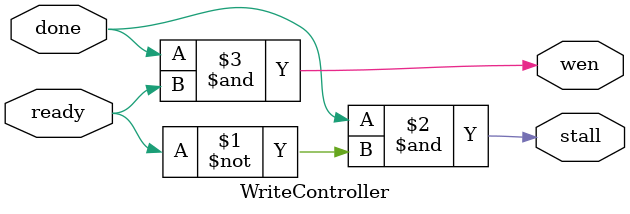
<source format=v>
module WriteController (
    input done, ready,
    output stall, wen
);
    assign stall = done & ~ready;
    assign wen = done & ready;
endmodule
</source>
